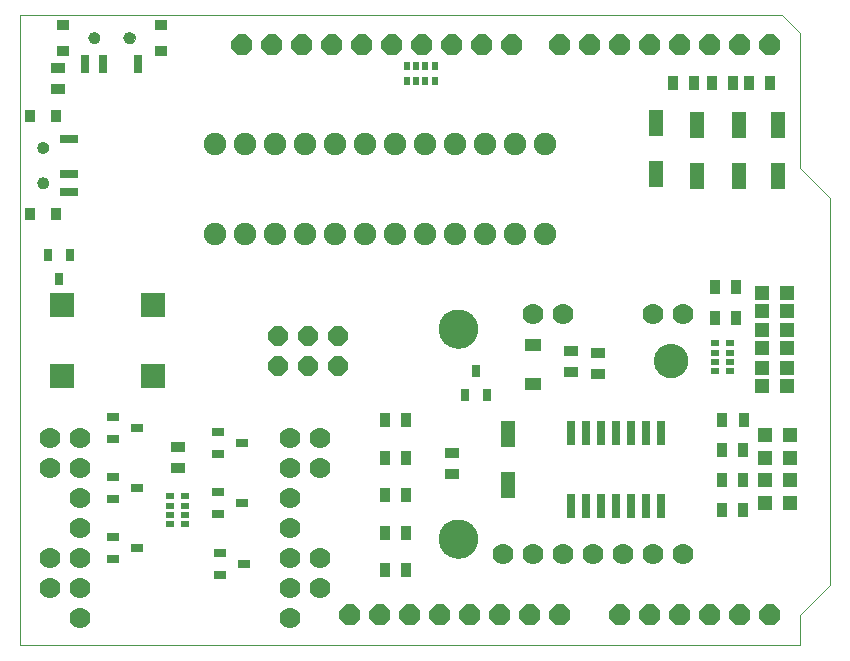
<source format=gts>
G75*
%MOIN*%
%OFA0B0*%
%FSLAX25Y25*%
%IPPOS*%
%LPD*%
%AMOC8*
5,1,8,0,0,1.08239X$1,22.5*
%
%ADD10C,0.00004*%
%ADD11R,0.03550X0.05124*%
%ADD12R,0.05124X0.03550*%
%ADD13R,0.04600X0.09000*%
%ADD14OC8,0.07000*%
%ADD15R,0.05124X0.05124*%
%ADD16R,0.03550X0.04337*%
%ADD17R,0.06306X0.03156*%
%ADD18C,0.00000*%
%ADD19C,0.03943*%
%ADD20R,0.05203X0.03983*%
%ADD21C,0.07000*%
%ADD22C,0.11424*%
%ADD23C,0.12998*%
%ADD24R,0.02900X0.04400*%
%ADD25R,0.03000X0.08400*%
%ADD26R,0.04400X0.02900*%
%ADD27R,0.08274X0.08274*%
%ADD28OC8,0.06337*%
%ADD29R,0.02959X0.02369*%
%ADD30R,0.02369X0.02959*%
%ADD31C,0.07487*%
%ADD32R,0.04337X0.03550*%
%ADD33R,0.03156X0.06306*%
D10*
X0016500Y0005000D02*
X0276500Y0005000D01*
X0276500Y0015000D01*
X0286500Y0025000D01*
X0286500Y0154000D01*
X0276500Y0164000D01*
X0276500Y0209000D01*
X0270500Y0215000D01*
X0016500Y0215000D01*
X0016500Y0005000D01*
D11*
X0137957Y0030000D03*
X0145043Y0030000D03*
X0145043Y0042500D03*
X0137957Y0042500D03*
X0137957Y0055000D03*
X0145043Y0055000D03*
X0145043Y0067500D03*
X0137957Y0067500D03*
X0137957Y0080000D03*
X0145043Y0080000D03*
X0247957Y0114000D03*
X0255043Y0114000D03*
X0255043Y0124500D03*
X0247957Y0124500D03*
X0250557Y0080000D03*
X0257643Y0080000D03*
X0257543Y0070000D03*
X0250457Y0070000D03*
X0250457Y0060000D03*
X0257543Y0060000D03*
X0257543Y0050000D03*
X0250457Y0050000D03*
X0246957Y0192500D03*
X0241043Y0192500D03*
X0233957Y0192500D03*
X0254043Y0192500D03*
X0259457Y0192500D03*
X0266543Y0192500D03*
D12*
X0209000Y0102543D03*
X0209000Y0095457D03*
X0200000Y0095957D03*
X0200000Y0103043D03*
X0160500Y0069043D03*
X0160500Y0061957D03*
X0069000Y0063957D03*
X0069000Y0071043D03*
X0029000Y0190457D03*
X0029000Y0197543D03*
D13*
X0179000Y0075500D03*
X0179000Y0058500D03*
X0228500Y0162000D03*
X0242000Y0161500D03*
X0256000Y0161500D03*
X0269000Y0161500D03*
X0269000Y0178500D03*
X0256000Y0178500D03*
X0242000Y0178500D03*
X0228500Y0179000D03*
D14*
X0226500Y0205000D03*
X0236500Y0205000D03*
X0246500Y0205000D03*
X0256500Y0205000D03*
X0266500Y0205000D03*
X0216500Y0205000D03*
X0206500Y0205000D03*
X0196500Y0205000D03*
X0180500Y0205000D03*
X0170500Y0205000D03*
X0160500Y0205000D03*
X0150500Y0205000D03*
X0140500Y0205000D03*
X0130500Y0205000D03*
X0120500Y0205000D03*
X0110500Y0205000D03*
X0100500Y0205000D03*
X0090500Y0205000D03*
X0126500Y0015000D03*
X0136500Y0015000D03*
X0146500Y0015000D03*
X0156500Y0015000D03*
X0166500Y0015000D03*
X0176500Y0015000D03*
X0186500Y0015000D03*
X0196500Y0015000D03*
X0216500Y0015000D03*
X0226500Y0015000D03*
X0236500Y0015000D03*
X0246500Y0015000D03*
X0256500Y0015000D03*
X0266500Y0015000D03*
D15*
X0264866Y0052500D03*
X0273134Y0052500D03*
X0273134Y0060000D03*
X0273134Y0067500D03*
X0264866Y0067500D03*
X0264866Y0060000D03*
X0264866Y0075000D03*
X0273134Y0075000D03*
X0272134Y0091500D03*
X0272134Y0097500D03*
X0272134Y0104000D03*
X0272134Y0110000D03*
X0272134Y0116500D03*
X0272134Y0122500D03*
X0263866Y0122500D03*
X0263866Y0116500D03*
X0263866Y0110000D03*
X0263866Y0104000D03*
X0263866Y0097500D03*
X0263866Y0091500D03*
D16*
X0028331Y0148661D03*
X0019669Y0148661D03*
X0019669Y0181339D03*
X0028331Y0181339D03*
D17*
X0032858Y0173858D03*
X0032858Y0162047D03*
X0032858Y0156142D03*
D18*
X0022228Y0159094D02*
X0022230Y0159178D01*
X0022236Y0159261D01*
X0022246Y0159344D01*
X0022260Y0159427D01*
X0022277Y0159509D01*
X0022299Y0159590D01*
X0022324Y0159669D01*
X0022353Y0159748D01*
X0022386Y0159825D01*
X0022422Y0159900D01*
X0022462Y0159974D01*
X0022505Y0160046D01*
X0022552Y0160115D01*
X0022602Y0160182D01*
X0022655Y0160247D01*
X0022711Y0160309D01*
X0022769Y0160369D01*
X0022831Y0160426D01*
X0022895Y0160479D01*
X0022962Y0160530D01*
X0023031Y0160577D01*
X0023102Y0160622D01*
X0023175Y0160662D01*
X0023250Y0160699D01*
X0023327Y0160733D01*
X0023405Y0160763D01*
X0023484Y0160789D01*
X0023565Y0160812D01*
X0023647Y0160830D01*
X0023729Y0160845D01*
X0023812Y0160856D01*
X0023895Y0160863D01*
X0023979Y0160866D01*
X0024063Y0160865D01*
X0024146Y0160860D01*
X0024230Y0160851D01*
X0024312Y0160838D01*
X0024394Y0160822D01*
X0024475Y0160801D01*
X0024556Y0160777D01*
X0024634Y0160749D01*
X0024712Y0160717D01*
X0024788Y0160681D01*
X0024862Y0160642D01*
X0024934Y0160600D01*
X0025004Y0160554D01*
X0025072Y0160505D01*
X0025137Y0160453D01*
X0025200Y0160398D01*
X0025260Y0160340D01*
X0025318Y0160279D01*
X0025372Y0160215D01*
X0025424Y0160149D01*
X0025472Y0160081D01*
X0025517Y0160010D01*
X0025558Y0159937D01*
X0025597Y0159863D01*
X0025631Y0159787D01*
X0025662Y0159709D01*
X0025689Y0159630D01*
X0025713Y0159549D01*
X0025732Y0159468D01*
X0025748Y0159386D01*
X0025760Y0159303D01*
X0025768Y0159219D01*
X0025772Y0159136D01*
X0025772Y0159052D01*
X0025768Y0158969D01*
X0025760Y0158885D01*
X0025748Y0158802D01*
X0025732Y0158720D01*
X0025713Y0158639D01*
X0025689Y0158558D01*
X0025662Y0158479D01*
X0025631Y0158401D01*
X0025597Y0158325D01*
X0025558Y0158251D01*
X0025517Y0158178D01*
X0025472Y0158107D01*
X0025424Y0158039D01*
X0025372Y0157973D01*
X0025318Y0157909D01*
X0025260Y0157848D01*
X0025200Y0157790D01*
X0025137Y0157735D01*
X0025072Y0157683D01*
X0025004Y0157634D01*
X0024934Y0157588D01*
X0024862Y0157546D01*
X0024788Y0157507D01*
X0024712Y0157471D01*
X0024634Y0157439D01*
X0024556Y0157411D01*
X0024475Y0157387D01*
X0024394Y0157366D01*
X0024312Y0157350D01*
X0024230Y0157337D01*
X0024146Y0157328D01*
X0024063Y0157323D01*
X0023979Y0157322D01*
X0023895Y0157325D01*
X0023812Y0157332D01*
X0023729Y0157343D01*
X0023647Y0157358D01*
X0023565Y0157376D01*
X0023484Y0157399D01*
X0023405Y0157425D01*
X0023327Y0157455D01*
X0023250Y0157489D01*
X0023175Y0157526D01*
X0023102Y0157566D01*
X0023031Y0157611D01*
X0022962Y0157658D01*
X0022895Y0157709D01*
X0022831Y0157762D01*
X0022769Y0157819D01*
X0022711Y0157879D01*
X0022655Y0157941D01*
X0022602Y0158006D01*
X0022552Y0158073D01*
X0022505Y0158142D01*
X0022462Y0158214D01*
X0022422Y0158288D01*
X0022386Y0158363D01*
X0022353Y0158440D01*
X0022324Y0158519D01*
X0022299Y0158598D01*
X0022277Y0158679D01*
X0022260Y0158761D01*
X0022246Y0158844D01*
X0022236Y0158927D01*
X0022230Y0159010D01*
X0022228Y0159094D01*
X0022228Y0170906D02*
X0022230Y0170990D01*
X0022236Y0171073D01*
X0022246Y0171156D01*
X0022260Y0171239D01*
X0022277Y0171321D01*
X0022299Y0171402D01*
X0022324Y0171481D01*
X0022353Y0171560D01*
X0022386Y0171637D01*
X0022422Y0171712D01*
X0022462Y0171786D01*
X0022505Y0171858D01*
X0022552Y0171927D01*
X0022602Y0171994D01*
X0022655Y0172059D01*
X0022711Y0172121D01*
X0022769Y0172181D01*
X0022831Y0172238D01*
X0022895Y0172291D01*
X0022962Y0172342D01*
X0023031Y0172389D01*
X0023102Y0172434D01*
X0023175Y0172474D01*
X0023250Y0172511D01*
X0023327Y0172545D01*
X0023405Y0172575D01*
X0023484Y0172601D01*
X0023565Y0172624D01*
X0023647Y0172642D01*
X0023729Y0172657D01*
X0023812Y0172668D01*
X0023895Y0172675D01*
X0023979Y0172678D01*
X0024063Y0172677D01*
X0024146Y0172672D01*
X0024230Y0172663D01*
X0024312Y0172650D01*
X0024394Y0172634D01*
X0024475Y0172613D01*
X0024556Y0172589D01*
X0024634Y0172561D01*
X0024712Y0172529D01*
X0024788Y0172493D01*
X0024862Y0172454D01*
X0024934Y0172412D01*
X0025004Y0172366D01*
X0025072Y0172317D01*
X0025137Y0172265D01*
X0025200Y0172210D01*
X0025260Y0172152D01*
X0025318Y0172091D01*
X0025372Y0172027D01*
X0025424Y0171961D01*
X0025472Y0171893D01*
X0025517Y0171822D01*
X0025558Y0171749D01*
X0025597Y0171675D01*
X0025631Y0171599D01*
X0025662Y0171521D01*
X0025689Y0171442D01*
X0025713Y0171361D01*
X0025732Y0171280D01*
X0025748Y0171198D01*
X0025760Y0171115D01*
X0025768Y0171031D01*
X0025772Y0170948D01*
X0025772Y0170864D01*
X0025768Y0170781D01*
X0025760Y0170697D01*
X0025748Y0170614D01*
X0025732Y0170532D01*
X0025713Y0170451D01*
X0025689Y0170370D01*
X0025662Y0170291D01*
X0025631Y0170213D01*
X0025597Y0170137D01*
X0025558Y0170063D01*
X0025517Y0169990D01*
X0025472Y0169919D01*
X0025424Y0169851D01*
X0025372Y0169785D01*
X0025318Y0169721D01*
X0025260Y0169660D01*
X0025200Y0169602D01*
X0025137Y0169547D01*
X0025072Y0169495D01*
X0025004Y0169446D01*
X0024934Y0169400D01*
X0024862Y0169358D01*
X0024788Y0169319D01*
X0024712Y0169283D01*
X0024634Y0169251D01*
X0024556Y0169223D01*
X0024475Y0169199D01*
X0024394Y0169178D01*
X0024312Y0169162D01*
X0024230Y0169149D01*
X0024146Y0169140D01*
X0024063Y0169135D01*
X0023979Y0169134D01*
X0023895Y0169137D01*
X0023812Y0169144D01*
X0023729Y0169155D01*
X0023647Y0169170D01*
X0023565Y0169188D01*
X0023484Y0169211D01*
X0023405Y0169237D01*
X0023327Y0169267D01*
X0023250Y0169301D01*
X0023175Y0169338D01*
X0023102Y0169378D01*
X0023031Y0169423D01*
X0022962Y0169470D01*
X0022895Y0169521D01*
X0022831Y0169574D01*
X0022769Y0169631D01*
X0022711Y0169691D01*
X0022655Y0169753D01*
X0022602Y0169818D01*
X0022552Y0169885D01*
X0022505Y0169954D01*
X0022462Y0170026D01*
X0022422Y0170100D01*
X0022386Y0170175D01*
X0022353Y0170252D01*
X0022324Y0170331D01*
X0022299Y0170410D01*
X0022277Y0170491D01*
X0022260Y0170573D01*
X0022246Y0170656D01*
X0022236Y0170739D01*
X0022230Y0170822D01*
X0022228Y0170906D01*
X0039322Y0207500D02*
X0039324Y0207584D01*
X0039330Y0207667D01*
X0039340Y0207750D01*
X0039354Y0207833D01*
X0039371Y0207915D01*
X0039393Y0207996D01*
X0039418Y0208075D01*
X0039447Y0208154D01*
X0039480Y0208231D01*
X0039516Y0208306D01*
X0039556Y0208380D01*
X0039599Y0208452D01*
X0039646Y0208521D01*
X0039696Y0208588D01*
X0039749Y0208653D01*
X0039805Y0208715D01*
X0039863Y0208775D01*
X0039925Y0208832D01*
X0039989Y0208885D01*
X0040056Y0208936D01*
X0040125Y0208983D01*
X0040196Y0209028D01*
X0040269Y0209068D01*
X0040344Y0209105D01*
X0040421Y0209139D01*
X0040499Y0209169D01*
X0040578Y0209195D01*
X0040659Y0209218D01*
X0040741Y0209236D01*
X0040823Y0209251D01*
X0040906Y0209262D01*
X0040989Y0209269D01*
X0041073Y0209272D01*
X0041157Y0209271D01*
X0041240Y0209266D01*
X0041324Y0209257D01*
X0041406Y0209244D01*
X0041488Y0209228D01*
X0041569Y0209207D01*
X0041650Y0209183D01*
X0041728Y0209155D01*
X0041806Y0209123D01*
X0041882Y0209087D01*
X0041956Y0209048D01*
X0042028Y0209006D01*
X0042098Y0208960D01*
X0042166Y0208911D01*
X0042231Y0208859D01*
X0042294Y0208804D01*
X0042354Y0208746D01*
X0042412Y0208685D01*
X0042466Y0208621D01*
X0042518Y0208555D01*
X0042566Y0208487D01*
X0042611Y0208416D01*
X0042652Y0208343D01*
X0042691Y0208269D01*
X0042725Y0208193D01*
X0042756Y0208115D01*
X0042783Y0208036D01*
X0042807Y0207955D01*
X0042826Y0207874D01*
X0042842Y0207792D01*
X0042854Y0207709D01*
X0042862Y0207625D01*
X0042866Y0207542D01*
X0042866Y0207458D01*
X0042862Y0207375D01*
X0042854Y0207291D01*
X0042842Y0207208D01*
X0042826Y0207126D01*
X0042807Y0207045D01*
X0042783Y0206964D01*
X0042756Y0206885D01*
X0042725Y0206807D01*
X0042691Y0206731D01*
X0042652Y0206657D01*
X0042611Y0206584D01*
X0042566Y0206513D01*
X0042518Y0206445D01*
X0042466Y0206379D01*
X0042412Y0206315D01*
X0042354Y0206254D01*
X0042294Y0206196D01*
X0042231Y0206141D01*
X0042166Y0206089D01*
X0042098Y0206040D01*
X0042028Y0205994D01*
X0041956Y0205952D01*
X0041882Y0205913D01*
X0041806Y0205877D01*
X0041728Y0205845D01*
X0041650Y0205817D01*
X0041569Y0205793D01*
X0041488Y0205772D01*
X0041406Y0205756D01*
X0041324Y0205743D01*
X0041240Y0205734D01*
X0041157Y0205729D01*
X0041073Y0205728D01*
X0040989Y0205731D01*
X0040906Y0205738D01*
X0040823Y0205749D01*
X0040741Y0205764D01*
X0040659Y0205782D01*
X0040578Y0205805D01*
X0040499Y0205831D01*
X0040421Y0205861D01*
X0040344Y0205895D01*
X0040269Y0205932D01*
X0040196Y0205972D01*
X0040125Y0206017D01*
X0040056Y0206064D01*
X0039989Y0206115D01*
X0039925Y0206168D01*
X0039863Y0206225D01*
X0039805Y0206285D01*
X0039749Y0206347D01*
X0039696Y0206412D01*
X0039646Y0206479D01*
X0039599Y0206548D01*
X0039556Y0206620D01*
X0039516Y0206694D01*
X0039480Y0206769D01*
X0039447Y0206846D01*
X0039418Y0206925D01*
X0039393Y0207004D01*
X0039371Y0207085D01*
X0039354Y0207167D01*
X0039340Y0207250D01*
X0039330Y0207333D01*
X0039324Y0207416D01*
X0039322Y0207500D01*
X0051134Y0207500D02*
X0051136Y0207584D01*
X0051142Y0207667D01*
X0051152Y0207750D01*
X0051166Y0207833D01*
X0051183Y0207915D01*
X0051205Y0207996D01*
X0051230Y0208075D01*
X0051259Y0208154D01*
X0051292Y0208231D01*
X0051328Y0208306D01*
X0051368Y0208380D01*
X0051411Y0208452D01*
X0051458Y0208521D01*
X0051508Y0208588D01*
X0051561Y0208653D01*
X0051617Y0208715D01*
X0051675Y0208775D01*
X0051737Y0208832D01*
X0051801Y0208885D01*
X0051868Y0208936D01*
X0051937Y0208983D01*
X0052008Y0209028D01*
X0052081Y0209068D01*
X0052156Y0209105D01*
X0052233Y0209139D01*
X0052311Y0209169D01*
X0052390Y0209195D01*
X0052471Y0209218D01*
X0052553Y0209236D01*
X0052635Y0209251D01*
X0052718Y0209262D01*
X0052801Y0209269D01*
X0052885Y0209272D01*
X0052969Y0209271D01*
X0053052Y0209266D01*
X0053136Y0209257D01*
X0053218Y0209244D01*
X0053300Y0209228D01*
X0053381Y0209207D01*
X0053462Y0209183D01*
X0053540Y0209155D01*
X0053618Y0209123D01*
X0053694Y0209087D01*
X0053768Y0209048D01*
X0053840Y0209006D01*
X0053910Y0208960D01*
X0053978Y0208911D01*
X0054043Y0208859D01*
X0054106Y0208804D01*
X0054166Y0208746D01*
X0054224Y0208685D01*
X0054278Y0208621D01*
X0054330Y0208555D01*
X0054378Y0208487D01*
X0054423Y0208416D01*
X0054464Y0208343D01*
X0054503Y0208269D01*
X0054537Y0208193D01*
X0054568Y0208115D01*
X0054595Y0208036D01*
X0054619Y0207955D01*
X0054638Y0207874D01*
X0054654Y0207792D01*
X0054666Y0207709D01*
X0054674Y0207625D01*
X0054678Y0207542D01*
X0054678Y0207458D01*
X0054674Y0207375D01*
X0054666Y0207291D01*
X0054654Y0207208D01*
X0054638Y0207126D01*
X0054619Y0207045D01*
X0054595Y0206964D01*
X0054568Y0206885D01*
X0054537Y0206807D01*
X0054503Y0206731D01*
X0054464Y0206657D01*
X0054423Y0206584D01*
X0054378Y0206513D01*
X0054330Y0206445D01*
X0054278Y0206379D01*
X0054224Y0206315D01*
X0054166Y0206254D01*
X0054106Y0206196D01*
X0054043Y0206141D01*
X0053978Y0206089D01*
X0053910Y0206040D01*
X0053840Y0205994D01*
X0053768Y0205952D01*
X0053694Y0205913D01*
X0053618Y0205877D01*
X0053540Y0205845D01*
X0053462Y0205817D01*
X0053381Y0205793D01*
X0053300Y0205772D01*
X0053218Y0205756D01*
X0053136Y0205743D01*
X0053052Y0205734D01*
X0052969Y0205729D01*
X0052885Y0205728D01*
X0052801Y0205731D01*
X0052718Y0205738D01*
X0052635Y0205749D01*
X0052553Y0205764D01*
X0052471Y0205782D01*
X0052390Y0205805D01*
X0052311Y0205831D01*
X0052233Y0205861D01*
X0052156Y0205895D01*
X0052081Y0205932D01*
X0052008Y0205972D01*
X0051937Y0206017D01*
X0051868Y0206064D01*
X0051801Y0206115D01*
X0051737Y0206168D01*
X0051675Y0206225D01*
X0051617Y0206285D01*
X0051561Y0206347D01*
X0051508Y0206412D01*
X0051458Y0206479D01*
X0051411Y0206548D01*
X0051368Y0206620D01*
X0051328Y0206694D01*
X0051292Y0206769D01*
X0051259Y0206846D01*
X0051230Y0206925D01*
X0051205Y0207004D01*
X0051183Y0207085D01*
X0051166Y0207167D01*
X0051152Y0207250D01*
X0051142Y0207333D01*
X0051136Y0207416D01*
X0051134Y0207500D01*
X0156201Y0110500D02*
X0156203Y0110658D01*
X0156209Y0110816D01*
X0156219Y0110974D01*
X0156233Y0111132D01*
X0156251Y0111289D01*
X0156272Y0111446D01*
X0156298Y0111602D01*
X0156328Y0111758D01*
X0156361Y0111913D01*
X0156399Y0112066D01*
X0156440Y0112219D01*
X0156485Y0112371D01*
X0156534Y0112522D01*
X0156587Y0112671D01*
X0156643Y0112819D01*
X0156703Y0112965D01*
X0156767Y0113110D01*
X0156835Y0113253D01*
X0156906Y0113395D01*
X0156980Y0113535D01*
X0157058Y0113672D01*
X0157140Y0113808D01*
X0157224Y0113942D01*
X0157313Y0114073D01*
X0157404Y0114202D01*
X0157499Y0114329D01*
X0157596Y0114454D01*
X0157697Y0114576D01*
X0157801Y0114695D01*
X0157908Y0114812D01*
X0158018Y0114926D01*
X0158131Y0115037D01*
X0158246Y0115146D01*
X0158364Y0115251D01*
X0158485Y0115353D01*
X0158608Y0115453D01*
X0158734Y0115549D01*
X0158862Y0115642D01*
X0158992Y0115732D01*
X0159125Y0115818D01*
X0159260Y0115902D01*
X0159396Y0115981D01*
X0159535Y0116058D01*
X0159676Y0116130D01*
X0159818Y0116200D01*
X0159962Y0116265D01*
X0160108Y0116327D01*
X0160255Y0116385D01*
X0160404Y0116440D01*
X0160554Y0116491D01*
X0160705Y0116538D01*
X0160857Y0116581D01*
X0161010Y0116620D01*
X0161165Y0116656D01*
X0161320Y0116687D01*
X0161476Y0116715D01*
X0161632Y0116739D01*
X0161789Y0116759D01*
X0161947Y0116775D01*
X0162104Y0116787D01*
X0162263Y0116795D01*
X0162421Y0116799D01*
X0162579Y0116799D01*
X0162737Y0116795D01*
X0162896Y0116787D01*
X0163053Y0116775D01*
X0163211Y0116759D01*
X0163368Y0116739D01*
X0163524Y0116715D01*
X0163680Y0116687D01*
X0163835Y0116656D01*
X0163990Y0116620D01*
X0164143Y0116581D01*
X0164295Y0116538D01*
X0164446Y0116491D01*
X0164596Y0116440D01*
X0164745Y0116385D01*
X0164892Y0116327D01*
X0165038Y0116265D01*
X0165182Y0116200D01*
X0165324Y0116130D01*
X0165465Y0116058D01*
X0165604Y0115981D01*
X0165740Y0115902D01*
X0165875Y0115818D01*
X0166008Y0115732D01*
X0166138Y0115642D01*
X0166266Y0115549D01*
X0166392Y0115453D01*
X0166515Y0115353D01*
X0166636Y0115251D01*
X0166754Y0115146D01*
X0166869Y0115037D01*
X0166982Y0114926D01*
X0167092Y0114812D01*
X0167199Y0114695D01*
X0167303Y0114576D01*
X0167404Y0114454D01*
X0167501Y0114329D01*
X0167596Y0114202D01*
X0167687Y0114073D01*
X0167776Y0113942D01*
X0167860Y0113808D01*
X0167942Y0113672D01*
X0168020Y0113535D01*
X0168094Y0113395D01*
X0168165Y0113253D01*
X0168233Y0113110D01*
X0168297Y0112965D01*
X0168357Y0112819D01*
X0168413Y0112671D01*
X0168466Y0112522D01*
X0168515Y0112371D01*
X0168560Y0112219D01*
X0168601Y0112066D01*
X0168639Y0111913D01*
X0168672Y0111758D01*
X0168702Y0111602D01*
X0168728Y0111446D01*
X0168749Y0111289D01*
X0168767Y0111132D01*
X0168781Y0110974D01*
X0168791Y0110816D01*
X0168797Y0110658D01*
X0168799Y0110500D01*
X0168797Y0110342D01*
X0168791Y0110184D01*
X0168781Y0110026D01*
X0168767Y0109868D01*
X0168749Y0109711D01*
X0168728Y0109554D01*
X0168702Y0109398D01*
X0168672Y0109242D01*
X0168639Y0109087D01*
X0168601Y0108934D01*
X0168560Y0108781D01*
X0168515Y0108629D01*
X0168466Y0108478D01*
X0168413Y0108329D01*
X0168357Y0108181D01*
X0168297Y0108035D01*
X0168233Y0107890D01*
X0168165Y0107747D01*
X0168094Y0107605D01*
X0168020Y0107465D01*
X0167942Y0107328D01*
X0167860Y0107192D01*
X0167776Y0107058D01*
X0167687Y0106927D01*
X0167596Y0106798D01*
X0167501Y0106671D01*
X0167404Y0106546D01*
X0167303Y0106424D01*
X0167199Y0106305D01*
X0167092Y0106188D01*
X0166982Y0106074D01*
X0166869Y0105963D01*
X0166754Y0105854D01*
X0166636Y0105749D01*
X0166515Y0105647D01*
X0166392Y0105547D01*
X0166266Y0105451D01*
X0166138Y0105358D01*
X0166008Y0105268D01*
X0165875Y0105182D01*
X0165740Y0105098D01*
X0165604Y0105019D01*
X0165465Y0104942D01*
X0165324Y0104870D01*
X0165182Y0104800D01*
X0165038Y0104735D01*
X0164892Y0104673D01*
X0164745Y0104615D01*
X0164596Y0104560D01*
X0164446Y0104509D01*
X0164295Y0104462D01*
X0164143Y0104419D01*
X0163990Y0104380D01*
X0163835Y0104344D01*
X0163680Y0104313D01*
X0163524Y0104285D01*
X0163368Y0104261D01*
X0163211Y0104241D01*
X0163053Y0104225D01*
X0162896Y0104213D01*
X0162737Y0104205D01*
X0162579Y0104201D01*
X0162421Y0104201D01*
X0162263Y0104205D01*
X0162104Y0104213D01*
X0161947Y0104225D01*
X0161789Y0104241D01*
X0161632Y0104261D01*
X0161476Y0104285D01*
X0161320Y0104313D01*
X0161165Y0104344D01*
X0161010Y0104380D01*
X0160857Y0104419D01*
X0160705Y0104462D01*
X0160554Y0104509D01*
X0160404Y0104560D01*
X0160255Y0104615D01*
X0160108Y0104673D01*
X0159962Y0104735D01*
X0159818Y0104800D01*
X0159676Y0104870D01*
X0159535Y0104942D01*
X0159396Y0105019D01*
X0159260Y0105098D01*
X0159125Y0105182D01*
X0158992Y0105268D01*
X0158862Y0105358D01*
X0158734Y0105451D01*
X0158608Y0105547D01*
X0158485Y0105647D01*
X0158364Y0105749D01*
X0158246Y0105854D01*
X0158131Y0105963D01*
X0158018Y0106074D01*
X0157908Y0106188D01*
X0157801Y0106305D01*
X0157697Y0106424D01*
X0157596Y0106546D01*
X0157499Y0106671D01*
X0157404Y0106798D01*
X0157313Y0106927D01*
X0157224Y0107058D01*
X0157140Y0107192D01*
X0157058Y0107328D01*
X0156980Y0107465D01*
X0156906Y0107605D01*
X0156835Y0107747D01*
X0156767Y0107890D01*
X0156703Y0108035D01*
X0156643Y0108181D01*
X0156587Y0108329D01*
X0156534Y0108478D01*
X0156485Y0108629D01*
X0156440Y0108781D01*
X0156399Y0108934D01*
X0156361Y0109087D01*
X0156328Y0109242D01*
X0156298Y0109398D01*
X0156272Y0109554D01*
X0156251Y0109711D01*
X0156233Y0109868D01*
X0156219Y0110026D01*
X0156209Y0110184D01*
X0156203Y0110342D01*
X0156201Y0110500D01*
X0227788Y0099900D02*
X0227790Y0100048D01*
X0227796Y0100196D01*
X0227806Y0100344D01*
X0227820Y0100491D01*
X0227838Y0100638D01*
X0227859Y0100784D01*
X0227885Y0100930D01*
X0227915Y0101075D01*
X0227948Y0101219D01*
X0227986Y0101362D01*
X0228027Y0101504D01*
X0228072Y0101645D01*
X0228120Y0101785D01*
X0228173Y0101924D01*
X0228229Y0102061D01*
X0228289Y0102196D01*
X0228352Y0102330D01*
X0228419Y0102462D01*
X0228490Y0102592D01*
X0228564Y0102720D01*
X0228641Y0102846D01*
X0228722Y0102970D01*
X0228806Y0103092D01*
X0228893Y0103211D01*
X0228984Y0103328D01*
X0229078Y0103443D01*
X0229174Y0103555D01*
X0229274Y0103665D01*
X0229376Y0103771D01*
X0229482Y0103875D01*
X0229590Y0103976D01*
X0229701Y0104074D01*
X0229814Y0104170D01*
X0229930Y0104262D01*
X0230048Y0104351D01*
X0230169Y0104436D01*
X0230292Y0104519D01*
X0230417Y0104598D01*
X0230544Y0104674D01*
X0230673Y0104746D01*
X0230804Y0104815D01*
X0230937Y0104880D01*
X0231072Y0104941D01*
X0231208Y0104999D01*
X0231345Y0105054D01*
X0231484Y0105104D01*
X0231625Y0105151D01*
X0231766Y0105194D01*
X0231909Y0105234D01*
X0232053Y0105269D01*
X0232197Y0105301D01*
X0232343Y0105328D01*
X0232489Y0105352D01*
X0232636Y0105372D01*
X0232783Y0105388D01*
X0232930Y0105400D01*
X0233078Y0105408D01*
X0233226Y0105412D01*
X0233374Y0105412D01*
X0233522Y0105408D01*
X0233670Y0105400D01*
X0233817Y0105388D01*
X0233964Y0105372D01*
X0234111Y0105352D01*
X0234257Y0105328D01*
X0234403Y0105301D01*
X0234547Y0105269D01*
X0234691Y0105234D01*
X0234834Y0105194D01*
X0234975Y0105151D01*
X0235116Y0105104D01*
X0235255Y0105054D01*
X0235392Y0104999D01*
X0235528Y0104941D01*
X0235663Y0104880D01*
X0235796Y0104815D01*
X0235927Y0104746D01*
X0236056Y0104674D01*
X0236183Y0104598D01*
X0236308Y0104519D01*
X0236431Y0104436D01*
X0236552Y0104351D01*
X0236670Y0104262D01*
X0236786Y0104170D01*
X0236899Y0104074D01*
X0237010Y0103976D01*
X0237118Y0103875D01*
X0237224Y0103771D01*
X0237326Y0103665D01*
X0237426Y0103555D01*
X0237522Y0103443D01*
X0237616Y0103328D01*
X0237707Y0103211D01*
X0237794Y0103092D01*
X0237878Y0102970D01*
X0237959Y0102846D01*
X0238036Y0102720D01*
X0238110Y0102592D01*
X0238181Y0102462D01*
X0238248Y0102330D01*
X0238311Y0102196D01*
X0238371Y0102061D01*
X0238427Y0101924D01*
X0238480Y0101785D01*
X0238528Y0101645D01*
X0238573Y0101504D01*
X0238614Y0101362D01*
X0238652Y0101219D01*
X0238685Y0101075D01*
X0238715Y0100930D01*
X0238741Y0100784D01*
X0238762Y0100638D01*
X0238780Y0100491D01*
X0238794Y0100344D01*
X0238804Y0100196D01*
X0238810Y0100048D01*
X0238812Y0099900D01*
X0238810Y0099752D01*
X0238804Y0099604D01*
X0238794Y0099456D01*
X0238780Y0099309D01*
X0238762Y0099162D01*
X0238741Y0099016D01*
X0238715Y0098870D01*
X0238685Y0098725D01*
X0238652Y0098581D01*
X0238614Y0098438D01*
X0238573Y0098296D01*
X0238528Y0098155D01*
X0238480Y0098015D01*
X0238427Y0097876D01*
X0238371Y0097739D01*
X0238311Y0097604D01*
X0238248Y0097470D01*
X0238181Y0097338D01*
X0238110Y0097208D01*
X0238036Y0097080D01*
X0237959Y0096954D01*
X0237878Y0096830D01*
X0237794Y0096708D01*
X0237707Y0096589D01*
X0237616Y0096472D01*
X0237522Y0096357D01*
X0237426Y0096245D01*
X0237326Y0096135D01*
X0237224Y0096029D01*
X0237118Y0095925D01*
X0237010Y0095824D01*
X0236899Y0095726D01*
X0236786Y0095630D01*
X0236670Y0095538D01*
X0236552Y0095449D01*
X0236431Y0095364D01*
X0236308Y0095281D01*
X0236183Y0095202D01*
X0236056Y0095126D01*
X0235927Y0095054D01*
X0235796Y0094985D01*
X0235663Y0094920D01*
X0235528Y0094859D01*
X0235392Y0094801D01*
X0235255Y0094746D01*
X0235116Y0094696D01*
X0234975Y0094649D01*
X0234834Y0094606D01*
X0234691Y0094566D01*
X0234547Y0094531D01*
X0234403Y0094499D01*
X0234257Y0094472D01*
X0234111Y0094448D01*
X0233964Y0094428D01*
X0233817Y0094412D01*
X0233670Y0094400D01*
X0233522Y0094392D01*
X0233374Y0094388D01*
X0233226Y0094388D01*
X0233078Y0094392D01*
X0232930Y0094400D01*
X0232783Y0094412D01*
X0232636Y0094428D01*
X0232489Y0094448D01*
X0232343Y0094472D01*
X0232197Y0094499D01*
X0232053Y0094531D01*
X0231909Y0094566D01*
X0231766Y0094606D01*
X0231625Y0094649D01*
X0231484Y0094696D01*
X0231345Y0094746D01*
X0231208Y0094801D01*
X0231072Y0094859D01*
X0230937Y0094920D01*
X0230804Y0094985D01*
X0230673Y0095054D01*
X0230544Y0095126D01*
X0230417Y0095202D01*
X0230292Y0095281D01*
X0230169Y0095364D01*
X0230048Y0095449D01*
X0229930Y0095538D01*
X0229814Y0095630D01*
X0229701Y0095726D01*
X0229590Y0095824D01*
X0229482Y0095925D01*
X0229376Y0096029D01*
X0229274Y0096135D01*
X0229174Y0096245D01*
X0229078Y0096357D01*
X0228984Y0096472D01*
X0228893Y0096589D01*
X0228806Y0096708D01*
X0228722Y0096830D01*
X0228641Y0096954D01*
X0228564Y0097080D01*
X0228490Y0097208D01*
X0228419Y0097338D01*
X0228352Y0097470D01*
X0228289Y0097604D01*
X0228229Y0097739D01*
X0228173Y0097876D01*
X0228120Y0098015D01*
X0228072Y0098155D01*
X0228027Y0098296D01*
X0227986Y0098438D01*
X0227948Y0098581D01*
X0227915Y0098725D01*
X0227885Y0098870D01*
X0227859Y0099016D01*
X0227838Y0099162D01*
X0227820Y0099309D01*
X0227806Y0099456D01*
X0227796Y0099604D01*
X0227790Y0099752D01*
X0227788Y0099900D01*
X0156201Y0040500D02*
X0156203Y0040658D01*
X0156209Y0040816D01*
X0156219Y0040974D01*
X0156233Y0041132D01*
X0156251Y0041289D01*
X0156272Y0041446D01*
X0156298Y0041602D01*
X0156328Y0041758D01*
X0156361Y0041913D01*
X0156399Y0042066D01*
X0156440Y0042219D01*
X0156485Y0042371D01*
X0156534Y0042522D01*
X0156587Y0042671D01*
X0156643Y0042819D01*
X0156703Y0042965D01*
X0156767Y0043110D01*
X0156835Y0043253D01*
X0156906Y0043395D01*
X0156980Y0043535D01*
X0157058Y0043672D01*
X0157140Y0043808D01*
X0157224Y0043942D01*
X0157313Y0044073D01*
X0157404Y0044202D01*
X0157499Y0044329D01*
X0157596Y0044454D01*
X0157697Y0044576D01*
X0157801Y0044695D01*
X0157908Y0044812D01*
X0158018Y0044926D01*
X0158131Y0045037D01*
X0158246Y0045146D01*
X0158364Y0045251D01*
X0158485Y0045353D01*
X0158608Y0045453D01*
X0158734Y0045549D01*
X0158862Y0045642D01*
X0158992Y0045732D01*
X0159125Y0045818D01*
X0159260Y0045902D01*
X0159396Y0045981D01*
X0159535Y0046058D01*
X0159676Y0046130D01*
X0159818Y0046200D01*
X0159962Y0046265D01*
X0160108Y0046327D01*
X0160255Y0046385D01*
X0160404Y0046440D01*
X0160554Y0046491D01*
X0160705Y0046538D01*
X0160857Y0046581D01*
X0161010Y0046620D01*
X0161165Y0046656D01*
X0161320Y0046687D01*
X0161476Y0046715D01*
X0161632Y0046739D01*
X0161789Y0046759D01*
X0161947Y0046775D01*
X0162104Y0046787D01*
X0162263Y0046795D01*
X0162421Y0046799D01*
X0162579Y0046799D01*
X0162737Y0046795D01*
X0162896Y0046787D01*
X0163053Y0046775D01*
X0163211Y0046759D01*
X0163368Y0046739D01*
X0163524Y0046715D01*
X0163680Y0046687D01*
X0163835Y0046656D01*
X0163990Y0046620D01*
X0164143Y0046581D01*
X0164295Y0046538D01*
X0164446Y0046491D01*
X0164596Y0046440D01*
X0164745Y0046385D01*
X0164892Y0046327D01*
X0165038Y0046265D01*
X0165182Y0046200D01*
X0165324Y0046130D01*
X0165465Y0046058D01*
X0165604Y0045981D01*
X0165740Y0045902D01*
X0165875Y0045818D01*
X0166008Y0045732D01*
X0166138Y0045642D01*
X0166266Y0045549D01*
X0166392Y0045453D01*
X0166515Y0045353D01*
X0166636Y0045251D01*
X0166754Y0045146D01*
X0166869Y0045037D01*
X0166982Y0044926D01*
X0167092Y0044812D01*
X0167199Y0044695D01*
X0167303Y0044576D01*
X0167404Y0044454D01*
X0167501Y0044329D01*
X0167596Y0044202D01*
X0167687Y0044073D01*
X0167776Y0043942D01*
X0167860Y0043808D01*
X0167942Y0043672D01*
X0168020Y0043535D01*
X0168094Y0043395D01*
X0168165Y0043253D01*
X0168233Y0043110D01*
X0168297Y0042965D01*
X0168357Y0042819D01*
X0168413Y0042671D01*
X0168466Y0042522D01*
X0168515Y0042371D01*
X0168560Y0042219D01*
X0168601Y0042066D01*
X0168639Y0041913D01*
X0168672Y0041758D01*
X0168702Y0041602D01*
X0168728Y0041446D01*
X0168749Y0041289D01*
X0168767Y0041132D01*
X0168781Y0040974D01*
X0168791Y0040816D01*
X0168797Y0040658D01*
X0168799Y0040500D01*
X0168797Y0040342D01*
X0168791Y0040184D01*
X0168781Y0040026D01*
X0168767Y0039868D01*
X0168749Y0039711D01*
X0168728Y0039554D01*
X0168702Y0039398D01*
X0168672Y0039242D01*
X0168639Y0039087D01*
X0168601Y0038934D01*
X0168560Y0038781D01*
X0168515Y0038629D01*
X0168466Y0038478D01*
X0168413Y0038329D01*
X0168357Y0038181D01*
X0168297Y0038035D01*
X0168233Y0037890D01*
X0168165Y0037747D01*
X0168094Y0037605D01*
X0168020Y0037465D01*
X0167942Y0037328D01*
X0167860Y0037192D01*
X0167776Y0037058D01*
X0167687Y0036927D01*
X0167596Y0036798D01*
X0167501Y0036671D01*
X0167404Y0036546D01*
X0167303Y0036424D01*
X0167199Y0036305D01*
X0167092Y0036188D01*
X0166982Y0036074D01*
X0166869Y0035963D01*
X0166754Y0035854D01*
X0166636Y0035749D01*
X0166515Y0035647D01*
X0166392Y0035547D01*
X0166266Y0035451D01*
X0166138Y0035358D01*
X0166008Y0035268D01*
X0165875Y0035182D01*
X0165740Y0035098D01*
X0165604Y0035019D01*
X0165465Y0034942D01*
X0165324Y0034870D01*
X0165182Y0034800D01*
X0165038Y0034735D01*
X0164892Y0034673D01*
X0164745Y0034615D01*
X0164596Y0034560D01*
X0164446Y0034509D01*
X0164295Y0034462D01*
X0164143Y0034419D01*
X0163990Y0034380D01*
X0163835Y0034344D01*
X0163680Y0034313D01*
X0163524Y0034285D01*
X0163368Y0034261D01*
X0163211Y0034241D01*
X0163053Y0034225D01*
X0162896Y0034213D01*
X0162737Y0034205D01*
X0162579Y0034201D01*
X0162421Y0034201D01*
X0162263Y0034205D01*
X0162104Y0034213D01*
X0161947Y0034225D01*
X0161789Y0034241D01*
X0161632Y0034261D01*
X0161476Y0034285D01*
X0161320Y0034313D01*
X0161165Y0034344D01*
X0161010Y0034380D01*
X0160857Y0034419D01*
X0160705Y0034462D01*
X0160554Y0034509D01*
X0160404Y0034560D01*
X0160255Y0034615D01*
X0160108Y0034673D01*
X0159962Y0034735D01*
X0159818Y0034800D01*
X0159676Y0034870D01*
X0159535Y0034942D01*
X0159396Y0035019D01*
X0159260Y0035098D01*
X0159125Y0035182D01*
X0158992Y0035268D01*
X0158862Y0035358D01*
X0158734Y0035451D01*
X0158608Y0035547D01*
X0158485Y0035647D01*
X0158364Y0035749D01*
X0158246Y0035854D01*
X0158131Y0035963D01*
X0158018Y0036074D01*
X0157908Y0036188D01*
X0157801Y0036305D01*
X0157697Y0036424D01*
X0157596Y0036546D01*
X0157499Y0036671D01*
X0157404Y0036798D01*
X0157313Y0036927D01*
X0157224Y0037058D01*
X0157140Y0037192D01*
X0157058Y0037328D01*
X0156980Y0037465D01*
X0156906Y0037605D01*
X0156835Y0037747D01*
X0156767Y0037890D01*
X0156703Y0038035D01*
X0156643Y0038181D01*
X0156587Y0038329D01*
X0156534Y0038478D01*
X0156485Y0038629D01*
X0156440Y0038781D01*
X0156399Y0038934D01*
X0156361Y0039087D01*
X0156328Y0039242D01*
X0156298Y0039398D01*
X0156272Y0039554D01*
X0156251Y0039711D01*
X0156233Y0039868D01*
X0156219Y0040026D01*
X0156209Y0040184D01*
X0156203Y0040342D01*
X0156201Y0040500D01*
D19*
X0024000Y0159094D03*
X0024000Y0170906D03*
X0041094Y0207500D03*
X0052906Y0207500D03*
D20*
X0187500Y0104937D03*
X0187500Y0092063D03*
D21*
X0187500Y0115500D03*
X0197500Y0115500D03*
X0227500Y0115500D03*
X0237500Y0115500D03*
X0237500Y0035500D03*
X0227500Y0035500D03*
X0217500Y0035500D03*
X0207500Y0035500D03*
X0197500Y0035500D03*
X0187500Y0035500D03*
X0177500Y0035500D03*
X0116500Y0034000D03*
X0106500Y0034000D03*
X0106500Y0024000D03*
X0106500Y0014000D03*
X0116500Y0024000D03*
X0106500Y0044000D03*
X0106500Y0054000D03*
X0106500Y0064000D03*
X0106500Y0074000D03*
X0116500Y0074000D03*
X0116500Y0064000D03*
X0036500Y0064000D03*
X0026500Y0064000D03*
X0026500Y0074000D03*
X0036500Y0074000D03*
X0036500Y0054000D03*
X0036500Y0044000D03*
X0036500Y0034000D03*
X0026500Y0034000D03*
X0026500Y0024000D03*
X0036500Y0024000D03*
X0036500Y0014000D03*
D22*
X0233300Y0099900D03*
D23*
X0162500Y0110500D03*
X0162500Y0040500D03*
D24*
X0164760Y0088563D03*
X0172240Y0088563D03*
X0168500Y0096437D03*
X0033240Y0134937D03*
X0025760Y0134937D03*
X0029500Y0127063D03*
D25*
X0200000Y0075600D03*
X0205000Y0075600D03*
X0210000Y0075600D03*
X0215000Y0075600D03*
X0220000Y0075600D03*
X0225000Y0075600D03*
X0230000Y0075600D03*
X0230000Y0051400D03*
X0225000Y0051400D03*
X0220000Y0051400D03*
X0215000Y0051400D03*
X0210000Y0051400D03*
X0205000Y0051400D03*
X0200000Y0051400D03*
D26*
X0090437Y0052500D03*
X0082563Y0048760D03*
X0082563Y0056240D03*
X0082563Y0068760D03*
X0082563Y0076240D03*
X0090437Y0072500D03*
X0055437Y0077500D03*
X0047563Y0073760D03*
X0047563Y0081240D03*
X0047563Y0061240D03*
X0047563Y0053760D03*
X0055437Y0057500D03*
X0047563Y0041240D03*
X0047563Y0033760D03*
X0055437Y0037500D03*
X0083063Y0035740D03*
X0090937Y0032000D03*
X0083063Y0028260D03*
D27*
X0060600Y0094789D03*
X0060600Y0118411D03*
X0030500Y0118311D03*
X0030500Y0094689D03*
D28*
X0102500Y0098000D03*
X0112500Y0098000D03*
X0122500Y0098000D03*
X0122500Y0108000D03*
X0112500Y0108000D03*
X0102500Y0108000D03*
D29*
X0071461Y0054724D03*
X0071461Y0051575D03*
X0071461Y0048425D03*
X0071461Y0045276D03*
X0066539Y0045276D03*
X0066539Y0048425D03*
X0066539Y0051575D03*
X0066539Y0054724D03*
X0248039Y0096276D03*
X0248039Y0099425D03*
X0248039Y0102575D03*
X0248039Y0105724D03*
X0252961Y0105724D03*
X0252961Y0102575D03*
X0252961Y0099425D03*
X0252961Y0096276D03*
D30*
X0154724Y0193039D03*
X0151575Y0193039D03*
X0148425Y0193039D03*
X0145276Y0193039D03*
X0145276Y0197961D03*
X0148425Y0197961D03*
X0151575Y0197961D03*
X0154724Y0197961D03*
D31*
X0151500Y0172000D03*
X0161500Y0172000D03*
X0171500Y0172000D03*
X0181500Y0172000D03*
X0191500Y0172000D03*
X0191500Y0142000D03*
X0181500Y0142000D03*
X0171500Y0142000D03*
X0161500Y0142000D03*
X0151500Y0142000D03*
X0141500Y0142000D03*
X0131500Y0142000D03*
X0121500Y0142000D03*
X0111500Y0142000D03*
X0101500Y0142000D03*
X0091500Y0142000D03*
X0081500Y0142000D03*
X0081500Y0172000D03*
X0091500Y0172000D03*
X0101500Y0172000D03*
X0111500Y0172000D03*
X0121500Y0172000D03*
X0131500Y0172000D03*
X0141500Y0172000D03*
D32*
X0063339Y0203169D03*
X0063339Y0211831D03*
X0030661Y0211831D03*
X0030661Y0203169D03*
D33*
X0038142Y0198642D03*
X0044047Y0198642D03*
X0055858Y0198642D03*
M02*

</source>
